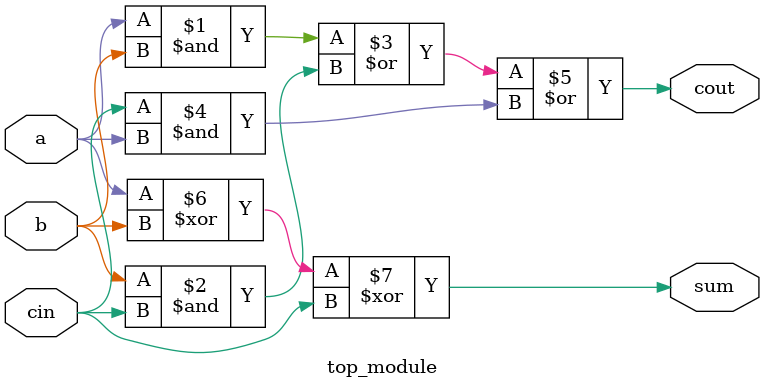
<source format=v>
module top_module( 
    input a, b, cin,
    output cout, sum );
	assign cout = a&b|b&cin|cin&a;
    assign sum = a^b^cin;
endmodule

</source>
